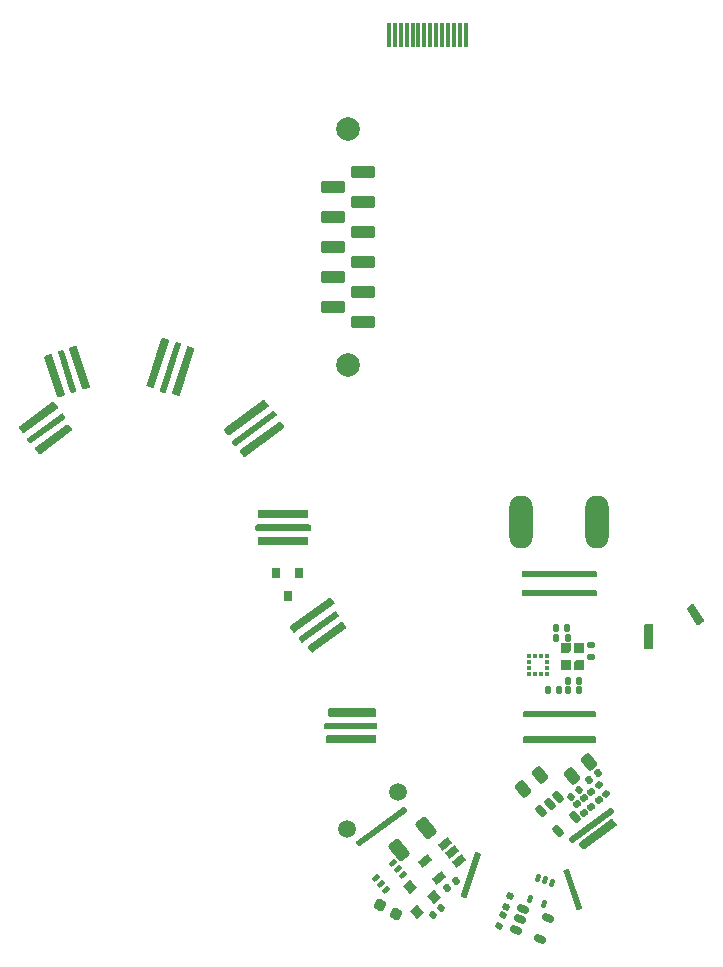
<source format=gbr>
G04 #@! TF.GenerationSoftware,KiCad,Pcbnew,(6.0.1)*
G04 #@! TF.CreationDate,2022-05-29T23:08:32-04:00*
G04 #@! TF.ProjectId,Main-rounded,4d61696e-2d72-46f7-956e-6465642e6b69,10*
G04 #@! TF.SameCoordinates,Original*
G04 #@! TF.FileFunction,Soldermask,Top*
G04 #@! TF.FilePolarity,Negative*
%FSLAX46Y46*%
G04 Gerber Fmt 4.6, Leading zero omitted, Abs format (unit mm)*
G04 Created by KiCad (PCBNEW (6.0.1)) date 2022-05-29 23:08:32*
%MOMM*%
%LPD*%
G01*
G04 APERTURE LIST*
G04 Aperture macros list*
%AMRoundRect*
0 Rectangle with rounded corners*
0 $1 Rounding radius*
0 $2 $3 $4 $5 $6 $7 $8 $9 X,Y pos of 4 corners*
0 Add a 4 corners polygon primitive as box body*
4,1,4,$2,$3,$4,$5,$6,$7,$8,$9,$2,$3,0*
0 Add four circle primitives for the rounded corners*
1,1,$1+$1,$2,$3*
1,1,$1+$1,$4,$5*
1,1,$1+$1,$6,$7*
1,1,$1+$1,$8,$9*
0 Add four rect primitives between the rounded corners*
20,1,$1+$1,$2,$3,$4,$5,0*
20,1,$1+$1,$4,$5,$6,$7,0*
20,1,$1+$1,$6,$7,$8,$9,0*
20,1,$1+$1,$8,$9,$2,$3,0*%
%AMRotRect*
0 Rectangle, with rotation*
0 The origin of the aperture is its center*
0 $1 length*
0 $2 width*
0 $3 Rotation angle, in degrees counterclockwise*
0 Add horizontal line*
21,1,$1,$2,0,0,$3*%
%AMFreePoly0*
4,1,14,0.285355,0.385355,0.435355,0.235355,0.450000,0.200000,0.450000,-0.350000,0.435355,-0.385355,0.400000,-0.400000,-0.400000,-0.400000,-0.435355,-0.385355,-0.450000,-0.350000,-0.450000,0.350000,-0.435355,0.385355,-0.400000,0.400000,0.250000,0.400000,0.285355,0.385355,0.285355,0.385355,$1*%
%AMFreePoly1*
4,1,14,0.435355,0.385355,0.450000,0.350000,0.450000,-0.350000,0.435355,-0.385355,0.400000,-0.400000,-0.250000,-0.400000,-0.285355,-0.385355,-0.435355,-0.235355,-0.450000,-0.200000,-0.450000,0.350000,-0.435355,0.385355,-0.400000,0.400000,0.400000,0.400000,0.435355,0.385355,0.435355,0.385355,$1*%
G04 Aperture macros list end*
%ADD10O,2.000000X4.500000*%
%ADD11RotRect,0.650000X0.400000X250.000000*%
%ADD12C,1.500000*%
%ADD13RotRect,1.060000X0.650000X220.000000*%
%ADD14R,0.800000X0.900000*%
%ADD15RoundRect,0.162500X-0.400915X-0.027008X0.289759X-0.278392X0.400915X0.027008X-0.289759X0.278392X0*%
%ADD16RoundRect,0.135000X0.127670X-0.190132X0.220016X0.063585X-0.127670X0.190132X-0.220016X-0.063585X0*%
%ADD17RoundRect,0.147500X0.147500X0.172500X-0.147500X0.172500X-0.147500X-0.172500X0.147500X-0.172500X0*%
%ADD18RoundRect,0.243750X0.106549X-0.506187X0.479995X-0.192828X-0.106549X0.506187X-0.479995X0.192828X0*%
%ADD19RoundRect,0.147500X-0.147500X-0.172500X0.147500X-0.172500X0.147500X0.172500X-0.147500X0.172500X0*%
%ADD20RoundRect,0.140000X0.140000X0.170000X-0.140000X0.170000X-0.140000X-0.170000X0.140000X-0.170000X0*%
%ADD21RoundRect,0.147500X-0.172500X0.147500X-0.172500X-0.147500X0.172500X-0.147500X0.172500X0.147500X0*%
%ADD22RoundRect,0.140000X-0.002028X0.220218X-0.216520X0.040237X0.002028X-0.220218X0.216520X-0.040237X0*%
%ADD23RoundRect,0.147500X0.226954X-0.002111X0.037331X0.223872X-0.226954X0.002111X-0.037331X-0.223872X0*%
%ADD24RoundRect,0.147500X-0.226954X0.002111X-0.037331X-0.223872X0.226954X-0.002111X0.037331X0.223872X0*%
%ADD25RoundRect,0.162500X-0.360707X0.177068X0.111742X-0.385974X0.360707X-0.177068X-0.111742X0.385974X0*%
%ADD26RoundRect,0.147500X-0.002111X-0.226954X0.223872X-0.037331X0.002111X0.226954X-0.223872X0.037331X0*%
%ADD27RoundRect,0.225000X-0.319856X-0.104006X0.069856X-0.329006X0.319856X0.104006X-0.069856X0.329006X0*%
%ADD28RotRect,0.650000X0.400000X220.000000*%
%ADD29RoundRect,0.147500X0.002111X0.226954X-0.223872X0.037331X-0.002111X-0.226954X0.223872X-0.037331X0*%
%ADD30RoundRect,0.140000X-0.220218X-0.002028X-0.040237X-0.216520X0.220218X0.002028X0.040237X0.216520X0*%
%ADD31FreePoly0,90.000000*%
%ADD32RoundRect,0.060000X0.340000X-0.390000X0.340000X0.390000X-0.340000X0.390000X-0.340000X-0.390000X0*%
%ADD33FreePoly1,90.000000*%
%ADD34R,0.375000X0.350000*%
%ADD35R,0.350000X0.375000*%
%ADD36RotRect,0.900000X0.800000X130.000000*%
%ADD37RoundRect,0.250000X0.168848X-0.706835X0.666776X-0.289023X-0.168848X0.706835X-0.666776X0.289023X0*%
%ADD38C,2.000000*%
%ADD39RoundRect,0.275000X0.775000X-0.275000X0.775000X0.275000X-0.775000X0.275000X-0.775000X-0.275000X0*%
%ADD40RoundRect,0.140000X-0.111865X0.189700X-0.207631X-0.073414X0.111865X-0.189700X0.207631X0.073414X0*%
%ADD41R,0.300000X2.000000*%
G04 APERTURE END LIST*
D10*
X252840000Y-102530000D03*
X259240000Y-102530000D03*
D11*
X255425719Y-133079605D03*
X254814919Y-132857292D03*
X254204119Y-132634979D03*
X253554281Y-134420395D03*
X254775881Y-134865021D03*
D12*
X242380000Y-125400000D03*
D13*
X247554980Y-131219391D03*
X246944332Y-130491649D03*
X246333684Y-129763906D03*
X244648386Y-131178039D03*
X245869682Y-132633524D03*
D14*
X233990000Y-106800000D03*
X232090000Y-106800000D03*
X233040000Y-108800000D03*
D12*
X238090000Y-128540000D03*
D15*
X253011257Y-135261070D03*
X252686338Y-136153778D03*
X252361419Y-137046486D03*
X254428743Y-137798930D03*
X255078581Y-136013514D03*
D16*
X250961998Y-136753997D03*
X251310858Y-135795511D03*
D17*
X256735000Y-111500000D03*
X255765000Y-111500000D03*
D18*
X257098490Y-124038022D03*
X258534824Y-122832796D03*
D19*
X255785000Y-112310000D03*
X256755000Y-112310000D03*
D20*
X257720000Y-116760000D03*
X256760000Y-116760000D03*
D21*
X258710000Y-112935000D03*
X258710000Y-113905000D03*
D19*
X255045000Y-116750000D03*
X256015000Y-116750000D03*
D22*
X257750813Y-125161579D03*
X257015411Y-125778655D03*
D23*
X259384495Y-126081748D03*
X258760991Y-125338684D03*
D24*
X258140497Y-125859341D03*
X258764001Y-126602405D03*
D25*
X255951392Y-125770743D03*
X255223650Y-126381391D03*
X254495907Y-126992039D03*
X255910040Y-128677337D03*
X257365525Y-127456041D03*
D20*
X257730000Y-115990000D03*
X256770000Y-115990000D03*
D18*
X253011833Y-125122613D03*
X254448167Y-123917387D03*
D26*
X246518468Y-133541752D03*
X247261532Y-132918248D03*
D27*
X240878830Y-134912500D03*
X242221170Y-135687500D03*
D28*
X242825554Y-132417281D03*
X242407742Y-131919352D03*
X241989930Y-131421423D03*
X240534446Y-132642719D03*
X240952258Y-133140648D03*
X241370070Y-133638577D03*
D22*
X246047701Y-135181462D03*
X245312299Y-135798538D03*
D29*
X259324771Y-123762548D03*
X258581707Y-124386052D03*
D30*
X259393595Y-124801341D03*
X260010671Y-125536743D03*
D31*
X257690000Y-114600000D03*
D32*
X257690000Y-113200000D03*
D33*
X256590000Y-113200000D03*
D32*
X256590000Y-114600000D03*
D34*
X253507500Y-113890000D03*
X253507500Y-114390000D03*
X253507500Y-114890000D03*
X253507500Y-115390000D03*
D35*
X254020000Y-115402500D03*
X254520000Y-115402500D03*
D34*
X255032500Y-115390000D03*
X255032500Y-114890000D03*
X255032500Y-114390000D03*
X255032500Y-113890000D03*
D35*
X254520000Y-113877500D03*
X254020000Y-113877500D03*
D24*
X257520000Y-126380000D03*
X258143504Y-127123064D03*
D36*
X243965045Y-135516693D03*
X245420530Y-134295396D03*
X243407212Y-133373956D03*
D37*
X242510084Y-130308112D03*
X244769916Y-128411888D03*
D38*
X238147500Y-89220000D03*
X238147500Y-69220000D03*
D39*
X239417500Y-85570000D03*
X236877500Y-84300000D03*
X239417500Y-83030000D03*
X236877500Y-81760000D03*
X239417500Y-80490000D03*
X236877500Y-79220000D03*
X239417500Y-77950000D03*
X236877500Y-76680000D03*
X239417500Y-75410000D03*
X236877500Y-74140000D03*
X239417500Y-72870000D03*
D40*
X251900380Y-134215115D03*
X251572040Y-135117219D03*
D41*
X241620000Y-61279999D03*
X242119999Y-61279999D03*
X242620000Y-61279999D03*
X243120000Y-61279999D03*
X243620001Y-61279999D03*
X244120000Y-61279999D03*
X244620000Y-61279999D03*
X245120000Y-61279999D03*
X245620000Y-61279999D03*
X246120001Y-61279999D03*
X246620000Y-61279999D03*
X247120000Y-61279999D03*
X247620000Y-61279999D03*
X248120000Y-61279999D03*
G36*
X240434000Y-118300004D02*
G01*
X240502121Y-118320006D01*
X240548614Y-118373662D01*
X240560000Y-118426004D01*
X240560001Y-118874003D01*
X240539999Y-118942124D01*
X240486344Y-118988617D01*
X240434001Y-119000003D01*
X236586000Y-119000001D01*
X236517879Y-118979999D01*
X236471386Y-118926343D01*
X236460000Y-118874001D01*
X236460000Y-118426000D01*
X236480002Y-118357879D01*
X236533658Y-118311386D01*
X236586000Y-118300000D01*
X240434000Y-118300004D01*
G37*
G36*
X214043931Y-87947920D02*
G01*
X214070899Y-87994143D01*
X215155614Y-91332553D01*
X215157642Y-91403521D01*
X215120979Y-91464318D01*
X215075802Y-91490964D01*
X214812187Y-91579268D01*
X214741241Y-91581939D01*
X214680113Y-91545829D01*
X214652333Y-91498729D01*
X213566487Y-88156838D01*
X213564459Y-88085870D01*
X213601122Y-88025073D01*
X213653769Y-88000932D01*
X213652636Y-87997439D01*
X213912180Y-87913229D01*
X213983149Y-87911232D01*
X214043931Y-87947920D01*
G37*
G36*
X231122634Y-92199971D02*
G01*
X231162612Y-92235624D01*
X231425939Y-92598064D01*
X231449798Y-92664932D01*
X231433717Y-92734084D01*
X231398064Y-92774061D01*
X228123162Y-95153413D01*
X228056294Y-95177272D01*
X227987143Y-95161191D01*
X227947165Y-95125538D01*
X227683837Y-94763097D01*
X227659978Y-94696229D01*
X227676059Y-94627077D01*
X227711712Y-94587100D01*
X230986615Y-92207749D01*
X231053483Y-92183890D01*
X231122634Y-92199971D01*
G37*
G36*
X249052914Y-130470191D02*
G01*
X249317393Y-130555832D01*
X249376039Y-130595847D01*
X249403741Y-130661215D01*
X249398410Y-130714640D01*
X248244988Y-134264506D01*
X248204915Y-134323112D01*
X248139518Y-134350749D01*
X248086221Y-134345404D01*
X247821826Y-134259503D01*
X247763220Y-134219431D01*
X247735582Y-134154035D01*
X247740927Y-134100733D01*
X248894265Y-130551127D01*
X248934338Y-130492521D01*
X248999735Y-130464884D01*
X249052914Y-130470191D01*
G37*
G36*
X234941092Y-102740002D02*
G01*
X234987585Y-102793658D01*
X234998971Y-102846029D01*
X234998908Y-103124029D01*
X234978891Y-103192145D01*
X234925224Y-103238625D01*
X234872908Y-103250000D01*
X230447447Y-103250000D01*
X230379326Y-103229998D01*
X230332833Y-103176342D01*
X230321447Y-103123971D01*
X230321510Y-102845974D01*
X230326533Y-102845975D01*
X230325409Y-102814894D01*
X230361609Y-102753820D01*
X230425081Y-102722012D01*
X230447509Y-102720000D01*
X234872971Y-102720000D01*
X234941092Y-102740002D01*
G37*
G36*
X260478339Y-126724724D02*
G01*
X260518396Y-126760486D01*
X260679350Y-126982520D01*
X260676486Y-126984596D01*
X260702153Y-127027596D01*
X260699807Y-127098554D01*
X260654211Y-127161015D01*
X257216969Y-129658317D01*
X257150101Y-129682176D01*
X257080950Y-129666095D01*
X257042746Y-129624641D01*
X257039428Y-129627056D01*
X256878064Y-129405284D01*
X256854159Y-129338433D01*
X256870191Y-129269270D01*
X256905887Y-129229216D01*
X260342320Y-126732502D01*
X260409188Y-126708643D01*
X260478339Y-126724724D01*
G37*
G36*
X240434000Y-120550003D02*
G01*
X240502121Y-120570005D01*
X240548614Y-120623661D01*
X240560000Y-120676003D01*
X240560001Y-121124002D01*
X240539999Y-121192123D01*
X240486344Y-121238616D01*
X240434001Y-121250002D01*
X236386000Y-121250000D01*
X236317879Y-121229998D01*
X236271386Y-121176342D01*
X236260000Y-121124000D01*
X236260000Y-120675999D01*
X236280002Y-120607878D01*
X236333658Y-120561385D01*
X236386000Y-120549999D01*
X240434000Y-120550003D01*
G37*
G36*
X234674000Y-101500004D02*
G01*
X234742121Y-101520006D01*
X234788614Y-101573662D01*
X234800000Y-101626004D01*
X234800001Y-102074003D01*
X234779999Y-102142124D01*
X234726344Y-102188617D01*
X234674001Y-102200003D01*
X230626000Y-102200001D01*
X230557879Y-102179999D01*
X230511386Y-102126343D01*
X230500000Y-102074001D01*
X230500000Y-101626000D01*
X230520002Y-101557879D01*
X230573658Y-101511386D01*
X230626000Y-101500000D01*
X234674000Y-101500004D01*
G37*
G36*
X263869728Y-111154851D02*
G01*
X263871109Y-111154851D01*
X263871109Y-111155205D01*
X263938407Y-111172456D01*
X263986731Y-111224468D01*
X264000000Y-111280751D01*
X264000000Y-113120681D01*
X263979998Y-113188802D01*
X263926342Y-113235295D01*
X263882703Y-113246380D01*
X263828327Y-113250145D01*
X263819624Y-113250446D01*
X263326000Y-113250446D01*
X263257879Y-113230444D01*
X263211386Y-113176788D01*
X263200000Y-113124446D01*
X263200000Y-111280881D01*
X263220002Y-111212760D01*
X263273658Y-111166267D01*
X263325993Y-111154881D01*
X263868938Y-111154851D01*
X263869634Y-111154827D01*
X263869728Y-111154851D01*
G37*
G36*
X214449641Y-94264721D02*
G01*
X214489618Y-94300374D01*
X214752946Y-94662811D01*
X214776804Y-94729678D01*
X214760724Y-94798830D01*
X214725071Y-94838808D01*
X212121000Y-96730774D01*
X212054132Y-96754633D01*
X211984981Y-96738552D01*
X211945003Y-96702899D01*
X211681675Y-96340458D01*
X211657816Y-96273590D01*
X211673897Y-96204438D01*
X211709550Y-96164461D01*
X214313621Y-94272499D01*
X214380489Y-94248640D01*
X214449641Y-94264721D01*
G37*
G36*
X260592572Y-127689775D02*
G01*
X260632550Y-127725428D01*
X260895877Y-128087868D01*
X260919736Y-128154736D01*
X260903655Y-128223888D01*
X260868002Y-128263865D01*
X258190844Y-130208931D01*
X258123976Y-130232790D01*
X258054825Y-130216709D01*
X258014847Y-130181056D01*
X257751519Y-129818615D01*
X257727660Y-129751747D01*
X257743741Y-129682595D01*
X257779394Y-129642618D01*
X260456553Y-127697553D01*
X260523421Y-127673694D01*
X260592572Y-127689775D01*
G37*
G36*
X240592025Y-119540002D02*
G01*
X240638518Y-119593658D01*
X240649904Y-119646028D01*
X240649842Y-119924028D01*
X240629825Y-119992144D01*
X240576159Y-120038625D01*
X240523842Y-120050000D01*
X236275871Y-120050000D01*
X236207750Y-120029998D01*
X236161257Y-119976342D01*
X236149871Y-119923972D01*
X236149933Y-119645972D01*
X236169950Y-119577856D01*
X236223616Y-119531375D01*
X236275933Y-119520000D01*
X240523904Y-119520000D01*
X240592025Y-119540002D01*
G37*
G36*
X224643971Y-87617913D02*
G01*
X225070043Y-87756351D01*
X225128649Y-87796424D01*
X225156286Y-87861821D01*
X225150940Y-87915120D01*
X223900037Y-91764998D01*
X223859964Y-91823604D01*
X223794567Y-91851241D01*
X223741268Y-91845895D01*
X223315194Y-91707455D01*
X223256588Y-91667382D01*
X223228951Y-91601985D01*
X223234297Y-91548686D01*
X224485202Y-87698810D01*
X224525276Y-87640204D01*
X224590672Y-87612567D01*
X224643971Y-87617913D01*
G37*
G36*
X232445150Y-94020260D02*
G01*
X232485128Y-94055913D01*
X232748456Y-94418350D01*
X232772314Y-94485217D01*
X232756234Y-94554369D01*
X232720581Y-94594347D01*
X229445678Y-96973702D01*
X229378810Y-96997561D01*
X229309659Y-96981480D01*
X229269681Y-96945827D01*
X229006353Y-96583386D01*
X228982494Y-96516518D01*
X228998575Y-96447366D01*
X229034228Y-96407389D01*
X232309131Y-94028038D01*
X232375999Y-94004179D01*
X232445150Y-94020260D01*
G37*
G36*
X259192121Y-106690002D02*
G01*
X259238614Y-106743658D01*
X259250000Y-106796000D01*
X259250000Y-107074000D01*
X259229998Y-107142121D01*
X259176342Y-107188614D01*
X259124000Y-107200000D01*
X252977581Y-107200000D01*
X252909460Y-107179998D01*
X252862967Y-107126342D01*
X252851581Y-107073953D01*
X252851685Y-106795953D01*
X252871713Y-106727840D01*
X252925386Y-106681367D01*
X252977685Y-106670000D01*
X259124000Y-106670000D01*
X259192121Y-106690002D01*
G37*
G36*
X259104277Y-118520002D02*
G01*
X259150770Y-118573658D01*
X259162156Y-118626046D01*
X259162055Y-118904046D01*
X259142028Y-118972159D01*
X259088356Y-119018633D01*
X259036055Y-119030000D01*
X253076000Y-119030000D01*
X253007879Y-119009998D01*
X252961386Y-118956342D01*
X252950000Y-118904000D01*
X252950000Y-118626000D01*
X252970002Y-118557879D01*
X253023658Y-118511386D01*
X253076000Y-118500000D01*
X259036156Y-118500000D01*
X259104277Y-118520002D01*
G37*
G36*
X259192121Y-108290002D02*
G01*
X259238614Y-108343658D01*
X259250000Y-108396000D01*
X259250000Y-108674000D01*
X259229998Y-108742121D01*
X259176342Y-108788614D01*
X259124000Y-108800000D01*
X252976976Y-108800000D01*
X252908855Y-108779998D01*
X252862362Y-108726342D01*
X252850976Y-108673952D01*
X252851081Y-108395952D01*
X252871109Y-108327839D01*
X252924782Y-108281367D01*
X252977081Y-108270000D01*
X259124000Y-108270000D01*
X259192121Y-108290002D01*
G37*
G36*
X213255749Y-92350980D02*
G01*
X213295727Y-92386633D01*
X213559054Y-92749073D01*
X213582913Y-92815941D01*
X213566832Y-92885093D01*
X213531179Y-92925070D01*
X210760668Y-94937960D01*
X210693800Y-94961819D01*
X210624649Y-94945738D01*
X210584671Y-94910085D01*
X210321343Y-94547644D01*
X210297484Y-94480776D01*
X210313565Y-94411624D01*
X210349218Y-94371647D01*
X213119730Y-92358758D01*
X213186598Y-92334899D01*
X213255749Y-92350980D01*
G37*
G36*
X222504095Y-86922623D02*
G01*
X222930168Y-87061064D01*
X222988773Y-87101138D01*
X223016410Y-87166534D01*
X223011064Y-87219833D01*
X221760161Y-91069708D01*
X221720088Y-91128314D01*
X221654691Y-91155951D01*
X221601392Y-91150605D01*
X221175317Y-91012165D01*
X221116711Y-90972092D01*
X221089074Y-90906695D01*
X221094420Y-90853396D01*
X222345325Y-87003520D01*
X222385399Y-86944914D01*
X222450795Y-86917277D01*
X222504095Y-86922623D01*
G37*
G36*
X242950706Y-126633940D02*
G01*
X242990702Y-126669618D01*
X243150847Y-126890151D01*
X243148381Y-126891942D01*
X243174956Y-126936392D01*
X243172660Y-127007352D01*
X243127036Y-127069898D01*
X239196323Y-129925728D01*
X239129455Y-129949587D01*
X239060304Y-129933506D01*
X239020070Y-129889815D01*
X239017482Y-129891694D01*
X238858025Y-129672108D01*
X238834183Y-129605235D01*
X238850280Y-129536087D01*
X238885918Y-129496136D01*
X242814687Y-126641718D01*
X242881555Y-126617859D01*
X242950706Y-126633940D01*
G37*
G36*
X234674000Y-103750003D02*
G01*
X234742121Y-103770005D01*
X234788614Y-103823661D01*
X234800000Y-103876003D01*
X234800001Y-104324002D01*
X234779999Y-104392123D01*
X234726344Y-104438616D01*
X234674001Y-104450002D01*
X230626000Y-104450000D01*
X230557879Y-104429998D01*
X230511386Y-104376342D01*
X230500000Y-104324000D01*
X230500000Y-103875999D01*
X230520002Y-103807878D01*
X230573658Y-103761385D01*
X230626000Y-103749999D01*
X234674000Y-103750003D01*
G37*
G36*
X259103494Y-120690002D02*
G01*
X259149987Y-120743658D01*
X259161373Y-120796046D01*
X259161272Y-121074046D01*
X259141245Y-121142159D01*
X259087573Y-121188633D01*
X259035272Y-121200000D01*
X253076000Y-121200000D01*
X253007879Y-121179998D01*
X252961386Y-121126342D01*
X252950000Y-121074000D01*
X252950000Y-120796000D01*
X252970002Y-120727879D01*
X253023658Y-120681386D01*
X253076000Y-120670000D01*
X259035373Y-120670000D01*
X259103494Y-120690002D01*
G37*
G36*
X237140366Y-110088272D02*
G01*
X237180382Y-110123977D01*
X237343670Y-110348966D01*
X237367494Y-110415846D01*
X237351378Y-110484990D01*
X237315757Y-110524911D01*
X234325071Y-112697771D01*
X234258203Y-112721630D01*
X234189052Y-112705549D01*
X234149036Y-112669843D01*
X233985748Y-112444853D01*
X233961924Y-112377973D01*
X233978040Y-112308830D01*
X234013661Y-112268909D01*
X237004347Y-110096050D01*
X237071215Y-110072191D01*
X237140366Y-110088272D01*
G37*
G36*
X236687375Y-108909389D02*
G01*
X236727353Y-108945042D01*
X236990680Y-109307482D01*
X237014539Y-109374350D01*
X236998458Y-109443502D01*
X236962805Y-109483479D01*
X233687903Y-111862831D01*
X233621035Y-111886690D01*
X233551884Y-111870609D01*
X233511906Y-111834956D01*
X233248578Y-111472515D01*
X233224719Y-111405647D01*
X233240800Y-111336495D01*
X233276453Y-111296518D01*
X236551356Y-108917167D01*
X236618224Y-108893308D01*
X236687375Y-108909389D01*
G37*
G36*
X223683991Y-87239490D02*
G01*
X223919699Y-87316219D01*
X223925298Y-87316885D01*
X223990581Y-87344789D01*
X224030414Y-87403558D01*
X224030256Y-87480940D01*
X222715242Y-91528139D01*
X222675169Y-91586745D01*
X222609772Y-91614382D01*
X222533782Y-91599104D01*
X222526778Y-91595176D01*
X222293293Y-91519171D01*
X222234709Y-91479065D01*
X222207108Y-91413653D01*
X222212462Y-91360423D01*
X223525156Y-87320366D01*
X223565229Y-87261760D01*
X223630626Y-87234123D01*
X223683991Y-87239490D01*
G37*
G36*
X256877970Y-131898567D02*
G01*
X256904939Y-131944792D01*
X257938997Y-135127294D01*
X257941025Y-135198261D01*
X257904362Y-135259059D01*
X257858052Y-135286079D01*
X257593624Y-135371879D01*
X257522655Y-135373878D01*
X257461872Y-135337191D01*
X257434903Y-135290966D01*
X256400845Y-132108464D01*
X256398817Y-132037497D01*
X256435480Y-131976699D01*
X256481790Y-131949679D01*
X256746218Y-131863879D01*
X256817187Y-131861880D01*
X256877970Y-131898567D01*
G37*
G36*
X213061932Y-88323571D02*
G01*
X213088936Y-88369833D01*
X214153303Y-91645626D01*
X214155330Y-91716594D01*
X214118668Y-91777391D01*
X214072407Y-91804395D01*
X213646331Y-91942837D01*
X213575363Y-91944865D01*
X213514565Y-91908202D01*
X213487561Y-91861940D01*
X212423197Y-88586144D01*
X212421170Y-88515176D01*
X212457832Y-88454378D01*
X212504094Y-88427375D01*
X212930167Y-88288936D01*
X213001135Y-88286909D01*
X213061932Y-88323571D01*
G37*
G36*
X213989517Y-93325864D02*
G01*
X214029527Y-93361561D01*
X214192834Y-93586538D01*
X214216664Y-93653416D01*
X214200553Y-93722561D01*
X214164927Y-93762491D01*
X211346239Y-95810387D01*
X211279371Y-95834246D01*
X211210220Y-95818165D01*
X211170210Y-95782468D01*
X211006903Y-95557492D01*
X210983073Y-95490614D01*
X210999184Y-95421470D01*
X211034810Y-95381539D01*
X213853498Y-93333642D01*
X213920366Y-93309783D01*
X213989517Y-93325864D01*
G37*
G36*
X231923679Y-93125977D02*
G01*
X231963682Y-93161664D01*
X232127011Y-93386624D01*
X232150847Y-93453500D01*
X232134743Y-93522646D01*
X232099111Y-93562587D01*
X228662176Y-96059666D01*
X228595308Y-96083525D01*
X228526157Y-96067444D01*
X228486154Y-96031757D01*
X228322825Y-95806797D01*
X228298989Y-95739921D01*
X228315093Y-95670775D01*
X228350725Y-95630834D01*
X231787660Y-93133755D01*
X231854528Y-93109896D01*
X231923679Y-93125977D01*
G37*
G36*
X215201808Y-87628284D02*
G01*
X215228812Y-87674546D01*
X216305604Y-90988570D01*
X216307632Y-91059537D01*
X216270969Y-91120335D01*
X216224707Y-91147339D01*
X215798632Y-91285778D01*
X215727664Y-91287805D01*
X215666866Y-91251143D01*
X215639863Y-91204881D01*
X214563074Y-87890858D01*
X214561047Y-87819890D01*
X214597709Y-87759093D01*
X214643971Y-87732089D01*
X215070043Y-87593649D01*
X215141010Y-87591621D01*
X215201808Y-87628284D01*
G37*
G36*
X267423379Y-109486510D02*
G01*
X267459876Y-109523970D01*
X268264219Y-110797513D01*
X268283683Y-110865789D01*
X268263145Y-110933750D01*
X268223881Y-110972008D01*
X267830428Y-111214930D01*
X267761957Y-111233697D01*
X267694209Y-111212467D01*
X267656925Y-111173754D01*
X266867506Y-109890948D01*
X266848839Y-109822450D01*
X266870169Y-109754733D01*
X266908631Y-109717694D01*
X267287160Y-109484035D01*
X267355633Y-109465274D01*
X267423379Y-109486510D01*
G37*
G36*
X237659122Y-110984529D02*
G01*
X237699099Y-111020182D01*
X237962427Y-111382619D01*
X237986285Y-111449486D01*
X237970205Y-111518638D01*
X237934552Y-111558616D01*
X235206771Y-113540462D01*
X235139903Y-113564321D01*
X235070752Y-113548240D01*
X235030774Y-113512587D01*
X234767446Y-113150146D01*
X234743587Y-113083278D01*
X234759668Y-113014126D01*
X234795321Y-112974149D01*
X237523102Y-110992307D01*
X237589970Y-110968448D01*
X237659122Y-110984529D01*
G37*
M02*

</source>
